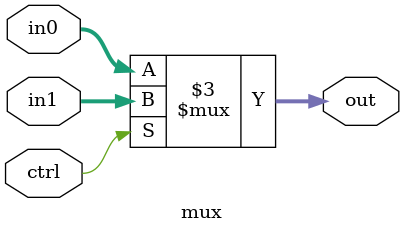
<source format=v>
module simple_calculator(
    Clk,
    WEN,
    RW,
    RX,
    RY,
    DataIn,
    Sel,
    Ctrl,
    busY,
    Carry
);

    input        Clk;
    input        WEN;
    input  [2:0] RW, RX, RY;
    input  [7:0] DataIn;
    input        Sel;
    input  [3:0] Ctrl;
    output [7:0] busY;
    output       Carry;
	
	wire [7:0] reg_xout;
	wire [7:0] alu_out;
	wire [7:0] mux_xout;
	
	register_file reg0 (.Clk(Clk),.WEN(WEN),.RW(RW),.busW(alu_out),.RX(RX),.RY(RY),.busX(reg_xout),.busY(busY));
	mux mux0 (.ctrl(Sel),.out(mux_xout),.in0(DataIn),.in1(reg_xout));	
	alu alu0 (.ctrl(Ctrl),.x(mux_xout),.y(busY),.carry(Carry),.out(alu_out));


endmodule

module alu(ctrl,x,y,carry,out);
    
    input  [3:0] ctrl;
    input  [7:0] x;
    input  [7:0] y;
    output       carry;
    output [7:0] out;
	
	reg carry; 
	reg [7:0] out;
	
	always @(ctrl or x or y) begin
		case(ctrl)
		4'b0000: {carry, out [7:0]} = (x[7:0] + y[7:0]);
		4'b0001: {carry, out [7:0]} = (x[7:0] - y[7:0]);
		4'b0010: out = (x&y);
		4'b0011: out = (x|y);
		4'b0100: out = (~x) ;
		4'b0101: out = (x^y);
		4'b0110: out = (~(x|y));
		4'b0111: out = (y << x[2:0]);
		4'b1000: out = (y >> x[2:0]);
		4'b1001: out = ({x[7],x[7:1]});
		4'b1010: out = ({x[6:0],x[7]});
		4'b1011: out = ({x[0],x[7:1]});
		4'b1100: out = ((x==y)?1:0);
		default: out = 0;
		
		endcase 
		
	end
    

endmodule


module register_file(Clk,WEN,RW,busW,RX,RY,busX,busY);

    input        Clk, WEN;
    input  [2:0] RW, RX, RY;
    input  [7:0] busW;
    output [7:0] busX, busY;
	
	reg [7:0] r [7:0];//register
	
	initial begin
		r[0] <= 8'd0;
		r[1] <= 8'd0;
		r[2] <= 8'd0;
		r[3] <= 8'd0;
		r[4] <= 8'd0;
		r[5] <= 8'd0;
		r[6] <= 8'd0;
		r[7] <= 8'd0;	
	end
	    
    // write your design here
	always @(posedge Clk) begin
		if(WEN)begin
			case(RW)
			3'b000 : r[0] <= 0;
			3'b001 : r[1] <= busW;
			3'b010 : r[2] <= busW;
			3'b011 : r[3] <= busW;
			3'b100 : r[4] <= busW;
			3'b101 : r[5] <= busW;
			3'b110 : r[6] <= busW;
			3'b111 : r[7] <= busW;
			endcase
		
		end
		
	end
	
	reg [7:0] busX;
	reg [7:0] busY;

	always @(RX,r[0],r[1],r[2],r[3],r[4],r[5],r[6],r[7])  begin
		case (RX)
		3'b000 : busX = r[0];
		3'b001 : busX = r[1];
		3'b010 : busX = r[2];
		3'b011 : busX = r[3];
		3'b100 : busX = r[4];
		3'b101 : busX = r[5];
		3'b110 : busX = r[6];
		3'b111 : busX = r[7];
		default: busX = 0;
		endcase
	end
	
	always @(RY,r[0],r[1],r[2],r[3],r[4],r[5],r[6],r[7])begin
		case (RY) 
		3'b000 : busY = r[0];
		3'b001 : busY = r[1];
		3'b010 : busY = r[2];
		3'b011 : busY = r[3];
		3'b100 : busY = r[4];
		3'b101 : busY = r[5];
		3'b110 : busY = r[6];
		3'b111 : busY = r[7];
		default: busY = 0;
		endcase	
	
	end
    
endmodule



module mux (ctrl,out,in0,in1);

	input ctrl;
	input [7:0] in0, in1;
	output [7:0] out;
	
	
	reg [7:0] out;
	always @(*) begin
		if(ctrl)
		out = in1;
		else
		out = in0;	
	end

endmodule




</source>
